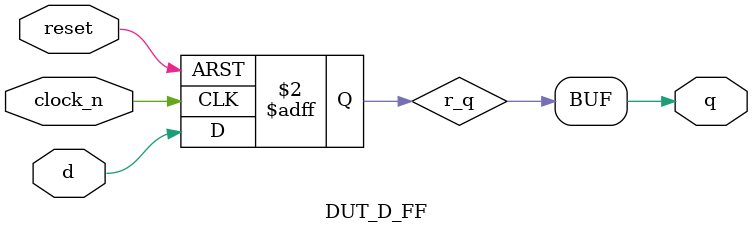
<source format=v>
`timescale 1ns/1ps
module DUT_ripple_carry_counter(
        output [3:0] q,
        input clock_n,
        input reset);
        DUT_T_FF t_ff0(q[0],clock_n,reset);
        DUT_T_FF t_ff1(q[1],   q[0],reset);
        DUT_T_FF t_ff2(q[2],   q[1],reset);
        DUT_T_FF t_ff3(q[3],   q[2],reset);
endmodule
module DUT_T_FF(
        output q,
        input clock_n,
        input reset);
        wire d;
        DUT_D_FF d_ff(q,d,clock_n,reset);
        not n(d,q);
endmodule
module DUT_D_FF(
        output q,
        input d,
        input clock_n,
        input reset);
        reg r_q;
        always @(negedge clock_n or posedge reset)
                if(reset)     r_q <= 1'b0;
                else        r_q <= d;
        assign q=r_q;
endmodule

</source>
